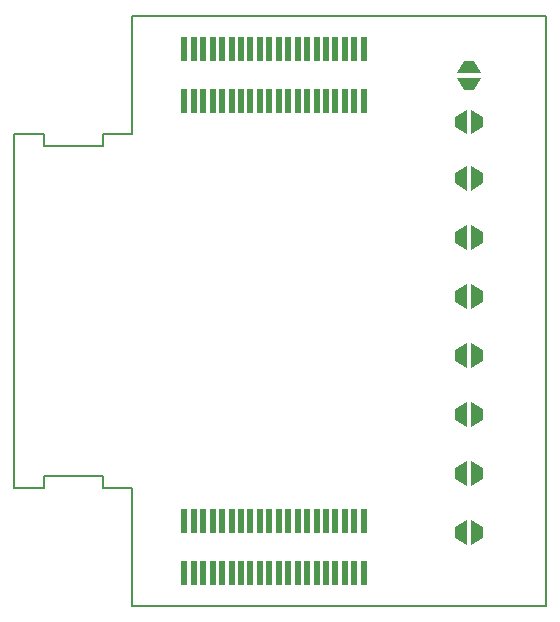
<source format=gbp>
From dc37b6407ed6c9434a7f2d8e9eef8221311e0f0a Mon Sep 17 00:00:00 2001
From: jaseg <git@jaseg.net>
Date: Tue, 27 Nov 2018 11:17:33 +0900
Subject: Do proper pretty breakout gerber export

---
 .../gerber.out/cable_breakout-B.Paste.gbp          | 353 +++++++++++++++++++++
 1 file changed, 353 insertions(+)
 create mode 100644 cable_breakout/gerber.out/cable_breakout-B.Paste.gbp

(limited to 'cable_breakout/gerber.out/cable_breakout-B.Paste.gbp')

diff --git a/cable_breakout/gerber.out/cable_breakout-B.Paste.gbp b/cable_breakout/gerber.out/cable_breakout-B.Paste.gbp
new file mode 100644
index 0000000..be6e587
--- /dev/null
+++ b/cable_breakout/gerber.out/cable_breakout-B.Paste.gbp
@@ -0,0 +1,353 @@
+G04 #@! TF.GenerationSoftware,KiCad,Pcbnew,(5.0.1)*
+G04 #@! TF.CreationDate,2018-11-27T11:11:20+09:00*
+G04 #@! TF.ProjectId,cable_breakout,6361626C655F627265616B6F75742E6B,rev?*
+G04 #@! TF.SameCoordinates,Original*
+G04 #@! TF.FileFunction,Paste,Bot*
+G04 #@! TF.FilePolarity,Positive*
+%FSLAX46Y46*%
+G04 Gerber Fmt 4.6, Leading zero omitted, Abs format (unit mm)*
+G04 Created by KiCad (PCBNEW (5.0.1)) date Tue Nov 27 11:11:20 2018*
+%MOMM*%
+%LPD*%
+G01*
+G04 APERTURE LIST*
+%ADD10C,0.150000*%
+%ADD11R,0.500000X2.000000*%
+%ADD12C,1.000000*%
+%ADD13C,0.100000*%
+G04 APERTURE END LIST*
+D10*
+X117500000Y-130000000D02*
+X120000000Y-130000000D01*
+X117500000Y-129000000D02*
+X117500000Y-130000000D01*
+X112500000Y-129000000D02*
+X117500000Y-129000000D01*
+X112500000Y-130000000D02*
+X112500000Y-129000000D01*
+X110000000Y-130000000D02*
+X112500000Y-130000000D01*
+X117500000Y-100000000D02*
+X120000000Y-100000000D01*
+X117500000Y-101000000D02*
+X117500000Y-100000000D01*
+X112500000Y-101000000D02*
+X117500000Y-101000000D01*
+X112500000Y-100000000D02*
+X112500000Y-101000000D01*
+X110000000Y-100000000D02*
+X112500000Y-100000000D01*
+X120000000Y-130000000D02*
+X120000000Y-140000000D01*
+X120000000Y-90000000D02*
+X120000000Y-100000000D01*
+X155000000Y-140000000D02*
+X155000000Y-90000000D01*
+X120000000Y-140000000D02*
+X155000000Y-140000000D01*
+X155000000Y-90000000D02*
+X120000000Y-90000000D01*
+X110000000Y-130000000D02*
+X110000000Y-100000000D01*
+D11*
+G04 #@! TO.C,J1*
+X124400000Y-137200000D03*
+X124405982Y-132800000D03*
+X125200000Y-137200000D03*
+X125200000Y-132800000D03*
+X126000000Y-137200000D03*
+X126005982Y-132800000D03*
+X126800000Y-137200000D03*
+X126800000Y-132800000D03*
+X127600000Y-137200000D03*
+X127605982Y-132800000D03*
+X128400000Y-137200000D03*
+X128400000Y-132800000D03*
+X129200000Y-137200000D03*
+X129200000Y-132800000D03*
+X130000000Y-137200000D03*
+X130000000Y-132800000D03*
+X130800000Y-137200000D03*
+X130800000Y-132800000D03*
+X131600000Y-137200000D03*
+X131600000Y-132800000D03*
+X132400000Y-137200000D03*
+X132400000Y-132800000D03*
+X133200000Y-137200000D03*
+X133200000Y-132800000D03*
+X134000000Y-137200000D03*
+X134000000Y-132800000D03*
+X134800000Y-137200000D03*
+X134800000Y-132800000D03*
+X135600000Y-137200000D03*
+X135600000Y-132800000D03*
+X136400000Y-137200000D03*
+X136400000Y-132800000D03*
+X137200000Y-137200000D03*
+X137200000Y-132800000D03*
+X138000000Y-137200000D03*
+X138000000Y-132800000D03*
+X138800000Y-137200000D03*
+X138800000Y-132800000D03*
+X139600000Y-137200000D03*
+X139600000Y-132800000D03*
+G04 #@! TD*
+G04 #@! TO.C,J3*
+X139600000Y-92800000D03*
+X139594018Y-97200000D03*
+X138800000Y-92800000D03*
+X138800000Y-97200000D03*
+X138000000Y-92800000D03*
+X137994018Y-97200000D03*
+X137200000Y-92800000D03*
+X137200000Y-97200000D03*
+X136400000Y-92800000D03*
+X136394018Y-97200000D03*
+X135600000Y-92800000D03*
+X135600000Y-97200000D03*
+X134800000Y-92800000D03*
+X134800000Y-97200000D03*
+X134000000Y-92800000D03*
+X134000000Y-97200000D03*
+X133200000Y-92800000D03*
+X133200000Y-97200000D03*
+X132400000Y-92800000D03*
+X132400000Y-97200000D03*
+X131600000Y-92800000D03*
+X131600000Y-97200000D03*
+X130800000Y-92800000D03*
+X130800000Y-97200000D03*
+X130000000Y-92800000D03*
+X130000000Y-97200000D03*
+X129200000Y-92800000D03*
+X129200000Y-97200000D03*
+X128400000Y-92800000D03*
+X128400000Y-97200000D03*
+X127600000Y-92800000D03*
+X127600000Y-97200000D03*
+X126800000Y-92800000D03*
+X126800000Y-97200000D03*
+X126000000Y-92800000D03*
+X126000000Y-97200000D03*
+X125200000Y-92800000D03*
+X125200000Y-97200000D03*
+X124400000Y-92800000D03*
+X124400000Y-97200000D03*
+G04 #@! TD*
+D12*
+G04 #@! TO.C,JP1*
+X149200000Y-99000000D03*
+D13*
+G36*
+X149700000Y-99450000D02*
+X148700000Y-100050000D01*
+X148700000Y-97950000D01*
+X149700000Y-98550000D01*
+X149700000Y-99450000D01*
+X149700000Y-99450000D01*
+G37*
+D12*
+X147800000Y-99000000D03*
+D13*
+G36*
+X147300000Y-98550000D02*
+X148300000Y-97950000D01*
+X148300000Y-100050000D01*
+X147300000Y-99450000D01*
+X147300000Y-98550000D01*
+X147300000Y-98550000D01*
+G37*
+G04 #@! TD*
+D12*
+G04 #@! TO.C,JP2*
+X149200000Y-103750000D03*
+D13*
+G36*
+X149700000Y-104200000D02*
+X148700000Y-104800000D01*
+X148700000Y-102700000D01*
+X149700000Y-103300000D01*
+X149700000Y-104200000D01*
+X149700000Y-104200000D01*
+G37*
+D12*
+X147800000Y-103750000D03*
+D13*
+G36*
+X147300000Y-103300000D02*
+X148300000Y-102700000D01*
+X148300000Y-104800000D01*
+X147300000Y-104200000D01*
+X147300000Y-103300000D01*
+X147300000Y-103300000D01*
+G37*
+G04 #@! TD*
+D12*
+G04 #@! TO.C,JP3*
+X149200000Y-108750000D03*
+D13*
+G36*
+X149700000Y-109200000D02*
+X148700000Y-109800000D01*
+X148700000Y-107700000D01*
+X149700000Y-108300000D01*
+X149700000Y-109200000D01*
+X149700000Y-109200000D01*
+G37*
+D12*
+X147800000Y-108750000D03*
+D13*
+G36*
+X147300000Y-108300000D02*
+X148300000Y-107700000D01*
+X148300000Y-109800000D01*
+X147300000Y-109200000D01*
+X147300000Y-108300000D01*
+X147300000Y-108300000D01*
+G37*
+G04 #@! TD*
+D12*
+G04 #@! TO.C,JP4*
+X149200000Y-113750000D03*
+D13*
+G36*
+X149700000Y-114200000D02*
+X148700000Y-114800000D01*
+X148700000Y-112700000D01*
+X149700000Y-113300000D01*
+X149700000Y-114200000D01*
+X149700000Y-114200000D01*
+G37*
+D12*
+X147800000Y-113750000D03*
+D13*
+G36*
+X147300000Y-113300000D02*
+X148300000Y-112700000D01*
+X148300000Y-114800000D01*
+X147300000Y-114200000D01*
+X147300000Y-113300000D01*
+X147300000Y-113300000D01*
+G37*
+G04 #@! TD*
+D12*
+G04 #@! TO.C,JP5*
+X148500000Y-95750000D03*
+D13*
+G36*
+X148050000Y-96250000D02*
+X147450000Y-95250000D01*
+X149550000Y-95250000D01*
+X148950000Y-96250000D01*
+X148050000Y-96250000D01*
+X148050000Y-96250000D01*
+G37*
+D12*
+X148500000Y-94350000D03*
+D13*
+G36*
+X148950000Y-93850000D02*
+X149550000Y-94850000D01*
+X147450000Y-94850000D01*
+X148050000Y-93850000D01*
+X148950000Y-93850000D01*
+X148950000Y-93850000D01*
+G37*
+G04 #@! TD*
+D12*
+G04 #@! TO.C,JP6*
+X149200000Y-133750000D03*
+D13*
+G36*
+X149700000Y-134200000D02*
+X148700000Y-134800000D01*
+X148700000Y-132700000D01*
+X149700000Y-133300000D01*
+X149700000Y-134200000D01*
+X149700000Y-134200000D01*
+G37*
+D12*
+X147800000Y-133750000D03*
+D13*
+G36*
+X147300000Y-133300000D02*
+X148300000Y-132700000D01*
+X148300000Y-134800000D01*
+X147300000Y-134200000D01*
+X147300000Y-133300000D01*
+X147300000Y-133300000D01*
+G37*
+G04 #@! TD*
+D12*
+G04 #@! TO.C,JP7*
+X149200000Y-128750000D03*
+D13*
+G36*
+X149700000Y-129200000D02*
+X148700000Y-129800000D01*
+X148700000Y-127700000D01*
+X149700000Y-128300000D01*
+X149700000Y-129200000D01*
+X149700000Y-129200000D01*
+G37*
+D12*
+X147800000Y-128750000D03*
+D13*
+G36*
+X147300000Y-128300000D02*
+X148300000Y-127700000D01*
+X148300000Y-129800000D01*
+X147300000Y-129200000D01*
+X147300000Y-128300000D01*
+X147300000Y-128300000D01*
+G37*
+G04 #@! TD*
+D12*
+G04 #@! TO.C,JP8*
+X149200000Y-123750000D03*
+D13*
+G36*
+X149700000Y-124200000D02*
+X148700000Y-124800000D01*
+X148700000Y-122700000D01*
+X149700000Y-123300000D01*
+X149700000Y-124200000D01*
+X149700000Y-124200000D01*
+G37*
+D12*
+X147800000Y-123750000D03*
+D13*
+G36*
+X147300000Y-123300000D02*
+X148300000Y-122700000D01*
+X148300000Y-124800000D01*
+X147300000Y-124200000D01*
+X147300000Y-123300000D01*
+X147300000Y-123300000D01*
+G37*
+G04 #@! TD*
+D12*
+G04 #@! TO.C,JP9*
+X149200000Y-118750000D03*
+D13*
+G36*
+X149700000Y-119200000D02*
+X148700000Y-119800000D01*
+X148700000Y-117700000D01*
+X149700000Y-118300000D01*
+X149700000Y-119200000D01*
+X149700000Y-119200000D01*
+G37*
+D12*
+X147800000Y-118750000D03*
+D13*
+G36*
+X147300000Y-118300000D02*
+X148300000Y-117700000D01*
+X148300000Y-119800000D01*
+X147300000Y-119200000D01*
+X147300000Y-118300000D01*
+X147300000Y-118300000D01*
+G37*
+G04 #@! TD*
+M02*
-- 
cgit 


</source>
